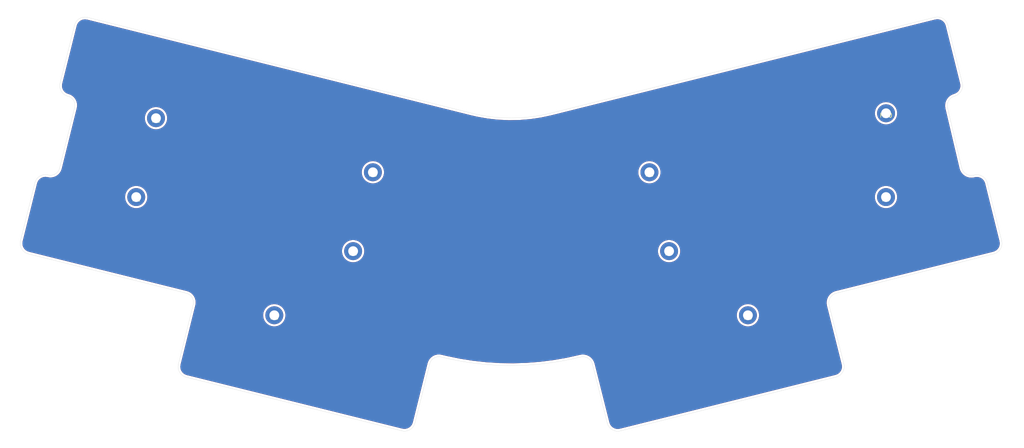
<source format=kicad_pcb>
(kicad_pcb (version 20171130) (host pcbnew 5.1.9)

  (general
    (thickness 1.6)
    (drawings 38)
    (tracks 0)
    (zones 0)
    (modules 10)
    (nets 1)
  )

  (page A4)
  (layers
    (0 F.Cu signal)
    (31 B.Cu signal)
    (32 B.Adhes user)
    (33 F.Adhes user)
    (34 B.Paste user)
    (35 F.Paste user)
    (36 B.SilkS user)
    (37 F.SilkS user)
    (38 B.Mask user)
    (39 F.Mask user)
    (40 Dwgs.User user hide)
    (41 Cmts.User user)
    (42 Eco1.User user)
    (43 Eco2.User user)
    (44 Edge.Cuts user)
    (45 Margin user)
    (46 B.CrtYd user)
    (47 F.CrtYd user)
    (48 B.Fab user)
    (49 F.Fab user)
  )

  (setup
    (last_trace_width 0.25)
    (trace_clearance 0.2)
    (zone_clearance 0.508)
    (zone_45_only no)
    (trace_min 0.2)
    (via_size 0.8)
    (via_drill 0.4)
    (via_min_size 0.4)
    (via_min_drill 0.3)
    (uvia_size 0.3)
    (uvia_drill 0.1)
    (uvias_allowed no)
    (uvia_min_size 0.2)
    (uvia_min_drill 0.1)
    (edge_width 0.05)
    (segment_width 0.2)
    (pcb_text_width 0.3)
    (pcb_text_size 1.5 1.5)
    (mod_edge_width 0.12)
    (mod_text_size 1 1)
    (mod_text_width 0.15)
    (pad_size 1.524 1.524)
    (pad_drill 0.762)
    (pad_to_mask_clearance 0)
    (aux_axis_origin 0 0)
    (visible_elements FFFFFF7F)
    (pcbplotparams
      (layerselection 0x010fc_ffffffff)
      (usegerberextensions false)
      (usegerberattributes true)
      (usegerberadvancedattributes true)
      (creategerberjobfile true)
      (excludeedgelayer true)
      (linewidth 0.100000)
      (plotframeref false)
      (viasonmask false)
      (mode 1)
      (useauxorigin false)
      (hpglpennumber 1)
      (hpglpenspeed 20)
      (hpglpendiameter 15.000000)
      (psnegative false)
      (psa4output false)
      (plotreference true)
      (plotvalue true)
      (plotinvisibletext false)
      (padsonsilk false)
      (subtractmaskfromsilk false)
      (outputformat 1)
      (mirror false)
      (drillshape 0)
      (scaleselection 1)
      (outputdirectory "gerber"))
  )

  (net 0 "")

  (net_class Default "This is the default net class."
    (clearance 0.2)
    (trace_width 0.25)
    (via_dia 0.8)
    (via_drill 0.4)
    (uvia_dia 0.3)
    (uvia_drill 0.1)
  )

  (module footprints:hole-m2 (layer F.Cu) (tedit 5F7666C1) (tstamp 600F6F99)
    (at 222.6499 41.5463)
    (path /603431DA)
    (fp_text reference H10 (at 0 0.5) (layer F.SilkS)
      (effects (font (size 1 1) (thickness 0.15)))
    )
    (fp_text value MountingHole (at 0 -0.5) (layer F.Fab)
      (effects (font (size 1 1) (thickness 0.15)))
    )
    (pad "" thru_hole circle (at 0 0) (size 4.2 4.2) (drill 2.3) (layers *.Cu *.Mask))
  )

  (module footprints:hole-m2 (layer F.Cu) (tedit 5F7666C1) (tstamp 600F6F94)
    (at 222.6374 61.1826)
    (path /60342FF4)
    (fp_text reference H9 (at 0 0.5) (layer F.SilkS)
      (effects (font (size 1 1) (thickness 0.15)))
    )
    (fp_text value MountingHole (at 0 -0.5) (layer F.Fab)
      (effects (font (size 1 1) (thickness 0.15)))
    )
    (pad "" thru_hole circle (at 0 0) (size 4.2 4.2) (drill 2.3) (layers *.Cu *.Mask))
  )

  (module footprints:hole-m2 (layer F.Cu) (tedit 5F7666C1) (tstamp 600F6F8F)
    (at 167.1975 55.3722)
    (path /6033DCAF)
    (fp_text reference H8 (at 0 0.5) (layer F.SilkS)
      (effects (font (size 1 1) (thickness 0.15)))
    )
    (fp_text value MountingHole (at 0 -0.5) (layer F.Fab)
      (effects (font (size 1 1) (thickness 0.15)))
    )
    (pad "" thru_hole circle (at 0 0) (size 4.2 4.2) (drill 2.3) (layers *.Cu *.Mask))
  )

  (module footprints:hole-m2 (layer F.Cu) (tedit 5F7666C1) (tstamp 600F6F8A)
    (at 171.8061 73.8563)
    (path /6033DCA5)
    (fp_text reference H7 (at 0 0.5) (layer F.SilkS)
      (effects (font (size 1 1) (thickness 0.15)))
    )
    (fp_text value MountingHole (at 0 -0.5) (layer F.Fab)
      (effects (font (size 1 1) (thickness 0.15)))
    )
    (pad "" thru_hole circle (at 0 0) (size 4.2 4.2) (drill 2.3) (layers *.Cu *.Mask))
  )

  (module footprints:hole-m2 (layer F.Cu) (tedit 5F7666C1) (tstamp 600F6F85)
    (at 190.2777 88.8839)
    (path /6033DC9B)
    (fp_text reference H6 (at 0 0.5) (layer F.SilkS)
      (effects (font (size 1 1) (thickness 0.15)))
    )
    (fp_text value MountingHole (at 0 -0.5) (layer F.Fab)
      (effects (font (size 1 1) (thickness 0.15)))
    )
    (pad "" thru_hole circle (at 0 0) (size 4.2 4.2) (drill 2.3) (layers *.Cu *.Mask))
  )

  (module footprints:hole-m2 (layer F.Cu) (tedit 5F7666C1) (tstamp 600F6F80)
    (at 79.2848 88.8838)
    (path /6033DAE5)
    (fp_text reference H5 (at 0 0.5) (layer F.SilkS)
      (effects (font (size 1 1) (thickness 0.15)))
    )
    (fp_text value MountingHole (at 0 -0.5) (layer F.Fab)
      (effects (font (size 1 1) (thickness 0.15)))
    )
    (pad "" thru_hole circle (at 0 0) (size 4.2 4.2) (drill 2.3) (layers *.Cu *.Mask))
  )

  (module footprints:hole-m2 (layer F.Cu) (tedit 5F7666C1) (tstamp 600F6F7B)
    (at 97.7566 73.8562)
    (path /603395E2)
    (fp_text reference H4 (at 0 0.5) (layer F.SilkS)
      (effects (font (size 1 1) (thickness 0.15)))
    )
    (fp_text value MountingHole (at 0 -0.5) (layer F.Fab)
      (effects (font (size 1 1) (thickness 0.15)))
    )
    (pad "" thru_hole circle (at 0 0) (size 4.2 4.2) (drill 2.3) (layers *.Cu *.Mask))
  )

  (module footprints:hole-m2 (layer F.Cu) (tedit 5F7666C1) (tstamp 600F6F76)
    (at 102.3901 55.3722)
    (path /60339444)
    (fp_text reference H3 (at 0 0.5) (layer F.SilkS)
      (effects (font (size 1 1) (thickness 0.15)))
    )
    (fp_text value MountingHole (at 0 -0.5) (layer F.Fab)
      (effects (font (size 1 1) (thickness 0.15)))
    )
    (pad "" thru_hole circle (at 0 0) (size 4.2 4.2) (drill 2.3) (layers *.Cu *.Mask))
  )

  (module footprints:hole-m2 (layer F.Cu) (tedit 5F7666C1) (tstamp 600F6F71)
    (at 46.9252 61.1825)
    (path /6033721F)
    (fp_text reference H2 (at 0 0.5) (layer F.SilkS)
      (effects (font (size 1 1) (thickness 0.15)))
    )
    (fp_text value MountingHole (at 0 -0.5) (layer F.Fab)
      (effects (font (size 1 1) (thickness 0.15)))
    )
    (pad "" thru_hole circle (at 0 0) (size 4.2 4.2) (drill 2.3) (layers *.Cu *.Mask))
  )

  (module footprints:hole-m2 (layer F.Cu) (tedit 5F7666C1) (tstamp 600F6F6C)
    (at 51.5587 42.6985)
    (path /60336423)
    (fp_text reference H1 (at 0 0.5) (layer F.SilkS)
      (effects (font (size 1 1) (thickness 0.15)))
    )
    (fp_text value MountingHole (at 0 -0.5) (layer F.Fab)
      (effects (font (size 1 1) (thickness 0.15)))
    )
    (pad "" thru_hole circle (at 0 0) (size 4.2 4.2) (drill 2.3) (layers *.Cu *.Mask))
  )

  (gr_arc (start 134.7978 4.2418) (end 125.501401 41.503599) (angle -28.02626644) (layer Edge.Cuts) (width 0.05))
  (gr_arc (start 134.7343 33.1216) (end 118.414801 98.666299) (angle -27.91856306) (layer Edge.Cuts) (width 0.05))
  (gr_arc (start 151.589752 100.922897) (end 153.837652 100.351397) (angle -90.38278258) (layer Edge.Cuts) (width 0.05) (tstamp 600EBF5B))
  (gr_arc (start 159.765999 113.525301) (end 157.3276 114.2238) (angle -90) (layer Edge.Cuts) (width 0.05) (tstamp 600EBF4B))
  (gr_arc (start 210.312001 100.914199) (end 211.0105 103.352598) (angle -90) (layer Edge.Cuts) (width 0.05) (tstamp 600EBF3F))
  (gr_arc (start 117.856 100.799898) (end 118.4148 98.6663) (angle -90) (layer Edge.Cuts) (width 0.05) (tstamp 600EBF32))
  (gr_arc (start 211.565432 85.963995) (end 210.993932 83.716095) (angle -90.38278258) (layer Edge.Cuts) (width 0.05) (tstamp 600EBF26))
  (gr_arc (start 242.643895 53.801068) (end 240.395995 54.372568) (angle -90.38278258) (layer Edge.Cuts) (width 0.05) (tstamp 600EBF18))
  (gr_arc (start 239.3315 39.7637) (end 238.76 37.5158) (angle -90.38278258) (layer Edge.Cuts) (width 0.05))
  (gr_arc (start 247.294401 72.047099) (end 247.9929 74.485498) (angle -90) (layer Edge.Cuts) (width 0.05) (tstamp 600EBEFA))
  (gr_arc (start 243.928899 58.483499) (end 246.367298 57.785) (angle -90) (layer Edge.Cuts) (width 0.05) (tstamp 600EBEF0))
  (gr_arc (start 238.061501 35.077401) (end 238.76 37.5158) (angle -90) (layer Edge.Cuts) (width 0.05) (tstamp 600EBEE5))
  (gr_arc (start 234.6833 21.5138) (end 237.121699 20.815301) (angle -90) (layer Edge.Cuts) (width 0.05))
  (gr_arc (start 109.791499 113.499901) (end 109.1692 115.963702) (angle -90) (layer Edge.Cuts) (width 0.05) (tstamp 600EBEC9))
  (gr_arc (start 59.270901 100.952299) (end 56.8071 100.33) (angle -90) (layer Edge.Cuts) (width 0.05) (tstamp 600EBEC1))
  (gr_arc (start 58.1279 85.864698) (end 60.261498 86.423498) (angle -90) (layer Edge.Cuts) (width 0.05) (tstamp 600EBEBA))
  (gr_arc (start 22.263101 72.047099) (end 19.7993 71.4248) (angle -90) (layer Edge.Cuts) (width 0.05) (tstamp 600EBEB1))
  (gr_arc (start 25.6413 58.4581) (end 26.263599 55.994299) (angle -90) (layer Edge.Cuts) (width 0.05))
  (gr_arc (start 26.8224 53.8607) (end 26.2636 55.994298) (angle -90) (layer Edge.Cuts) (width 0.05) (tstamp 600EBE8B))
  (gr_arc (start 30.340301 39.674797) (end 32.473899 40.233597) (angle -90) (layer Edge.Cuts) (width 0.05))
  (gr_arc (start 31.5087 35.1028) (end 29.070301 34.493201) (angle -90) (layer Edge.Cuts) (width 0.05))
  (gr_arc (start 34.9123 21.5265) (end 35.521899 19.075401) (angle -90) (layer Edge.Cuts) (width 0.05))
  (gr_line (start 153.837652 100.351397) (end 157.3276 114.2238) (layer Edge.Cuts) (width 0.05) (tstamp 600EB74F))
  (gr_line (start 112.2553 114.1222) (end 115.722402 100.241098) (layer Edge.Cuts) (width 0.05))
  (gr_line (start 32.473899 40.233597) (end 28.955998 54.4195) (layer Edge.Cuts) (width 0.05))
  (gr_line (start 240.395995 54.372568) (end 237.087468 40.350205) (layer Edge.Cuts) (width 0.05))
  (gr_line (start 246.367298 57.785) (end 249.7328 71.3486) (layer Edge.Cuts) (width 0.05) (tstamp 600EB3E5))
  (gr_line (start 29.070301 34.493201) (end 32.461201 20.916901) (layer Edge.Cuts) (width 0.05) (tstamp 600EB3CF))
  (gr_line (start 19.7993 71.4248) (end 23.177499 57.835801) (layer Edge.Cuts) (width 0.05) (tstamp 600E6015))
  (gr_line (start 58.6867 83.7311) (end 21.640802 74.5109) (layer Edge.Cuts) (width 0.05))
  (gr_line (start 56.8071 100.33) (end 60.261498 86.423498) (layer Edge.Cuts) (width 0.05))
  (gr_line (start 109.1692 115.963702) (end 58.648602 103.4161) (layer Edge.Cuts) (width 0.05))
  (gr_line (start 211.0105 103.352598) (end 160.464498 115.9637) (layer Edge.Cuts) (width 0.05))
  (gr_line (start 209.3214 86.5505) (end 212.7504 100.2157) (layer Edge.Cuts) (width 0.05))
  (gr_line (start 247.9929 74.485498) (end 210.993932 83.716095) (layer Edge.Cuts) (width 0.05))
  (gr_line (start 237.121699 20.815301) (end 240.4999 34.378902) (layer Edge.Cuts) (width 0.05))
  (gr_line (start 144.100004 41.50215) (end 233.984801 19.075401) (layer Edge.Cuts) (width 0.05))
  (gr_line (start 35.521899 19.075401) (end 125.5014 41.5036) (layer Edge.Cuts) (width 0.05))

  (zone (net 0) (net_name "") (layer F.Cu) (tstamp 600D7F3A) (hatch edge 0.508)
    (connect_pads (clearance 0.508))
    (min_thickness 0.254)
    (fill yes (arc_segments 32) (thermal_gap 0.508) (thermal_bridge_width 0.508))
    (polygon
      (pts
        (xy 255 120) (xy 15 120) (xy 15 15) (xy 255 15)
      )
    )
    (filled_polygon
      (pts
        (xy 234.89261 19.652223) (xy 235.250206 19.728331) (xy 235.586207 19.872447) (xy 235.887818 20.079083) (xy 236.143551 20.340366)
        (xy 236.343662 20.646344) (xy 236.489311 21.007115) (xy 239.854449 34.518272) (xy 239.92828 34.921145) (xy 239.923078 35.286711)
        (xy 239.846969 35.644309) (xy 239.702854 35.980307) (xy 239.496217 36.281922) (xy 239.234933 36.537653) (xy 238.928954 36.737764)
        (xy 238.565693 36.884418) (xy 238.562364 36.885289) (xy 238.534282 36.895652) (xy 238.505263 36.90302) (xy 238.496618 36.90621)
        (xy 238.073023 37.065828) (xy 238.019385 37.092277) (xy 237.965358 37.117985) (xy 237.957496 37.122793) (xy 237.572972 37.361647)
        (xy 237.525487 37.398014) (xy 237.477485 37.433725) (xy 237.470707 37.439968) (xy 237.139901 37.748962) (xy 237.100399 37.793843)
        (xy 237.060235 37.838211) (xy 237.054799 37.845652) (xy 236.790309 38.213014) (xy 236.760256 38.264749) (xy 236.729494 38.31604)
        (xy 236.725607 38.324395) (xy 236.537509 38.736134) (xy 236.518089 38.792684) (xy 236.497863 38.849009) (xy 236.495673 38.85796)
        (xy 236.391131 39.298393) (xy 236.383061 39.35767) (xy 236.374165 39.416821) (xy 236.373755 39.426027) (xy 236.356752 39.878376)
        (xy 236.360347 39.938057) (xy 236.363111 39.997841) (xy 236.364497 40.006952) (xy 236.434422 40.446095) (xy 236.437662 40.470215)
        (xy 239.761077 54.555683) (xy 239.763658 54.56322) (xy 239.765484 54.570204) (xy 239.773315 54.591426) (xy 239.776371 54.600349)
        (xy 239.783215 54.627305) (xy 239.786405 54.635951) (xy 239.946023 55.059545) (xy 239.972471 55.113182) (xy 239.99818 55.167211)
        (xy 240.002988 55.175072) (xy 240.241842 55.559596) (xy 240.278209 55.607081) (xy 240.31392 55.655083) (xy 240.320163 55.661861)
        (xy 240.629158 55.992668) (xy 240.674041 56.032172) (xy 240.718406 56.072333) (xy 240.725847 56.077769) (xy 241.093209 56.342259)
        (xy 241.14492 56.372298) (xy 241.196235 56.403074) (xy 241.20459 56.406961) (xy 241.616329 56.595059) (xy 241.672879 56.614479)
        (xy 241.729204 56.634705) (xy 241.738155 56.636895) (xy 242.178588 56.741437) (xy 242.237864 56.749507) (xy 242.297015 56.758403)
        (xy 242.30622 56.758813) (xy 242.306221 56.758813) (xy 242.758571 56.775816) (xy 242.818252 56.772221) (xy 242.878036 56.769457)
        (xy 242.887147 56.768071) (xy 243.334185 56.696889) (xy 243.337192 56.696103) (xy 243.340295 56.695887) (xy 243.349371 56.694289)
        (xy 243.772643 56.61672) (xy 244.138209 56.621922) (xy 244.495805 56.69803) (xy 244.831806 56.842146) (xy 245.133417 57.048782)
        (xy 245.38915 57.310065) (xy 245.589261 57.616043) (xy 245.73483 57.976616) (xy 249.087297 71.487685) (xy 249.16118 71.890843)
        (xy 249.155978 72.256409) (xy 249.079869 72.614007) (xy 248.935754 72.950005) (xy 248.729117 73.25162) (xy 248.467833 73.507351)
        (xy 248.161854 73.707462) (xy 247.801004 73.853143) (xy 210.802716 83.083571) (xy 210.799207 83.084823) (xy 210.796296 83.085584)
        (xy 210.773736 83.093909) (xy 210.767554 83.096114) (xy 210.739195 83.103315) (xy 210.73055 83.106505) (xy 210.306955 83.266123)
        (xy 210.253317 83.292572) (xy 210.19929 83.31828) (xy 210.191428 83.323088) (xy 209.806904 83.561942) (xy 209.759419 83.598309)
        (xy 209.711417 83.63402) (xy 209.704639 83.640263) (xy 209.373833 83.949257) (xy 209.334331 83.994138) (xy 209.294167 84.038506)
        (xy 209.288731 84.045947) (xy 209.024241 84.413309) (xy 208.994188 84.465044) (xy 208.963426 84.516335) (xy 208.959539 84.52469)
        (xy 208.771441 84.936429) (xy 208.752021 84.992979) (xy 208.731795 85.049304) (xy 208.729605 85.058255) (xy 208.625063 85.498688)
        (xy 208.616993 85.557965) (xy 208.608097 85.617116) (xy 208.607687 85.626322) (xy 208.590684 86.078671) (xy 208.594279 86.138352)
        (xy 208.597043 86.198136) (xy 208.598429 86.207247) (xy 208.669094 86.651041) (xy 208.673356 86.679689) (xy 212.105055 100.355647)
        (xy 212.17878 100.757943) (xy 212.173578 101.123509) (xy 212.097469 101.481107) (xy 211.953354 101.817105) (xy 211.746717 102.11872)
        (xy 211.485433 102.374451) (xy 211.179454 102.574562) (xy 210.818598 102.720246) (xy 160.325007 115.318272) (xy 159.922255 115.39208)
        (xy 159.556689 115.386878) (xy 159.199091 115.310769) (xy 158.863093 115.166654) (xy 158.561478 114.960017) (xy 158.305747 114.698733)
        (xy 158.105636 114.392754) (xy 157.959779 114.031469) (xy 154.469798 100.158936) (xy 154.46876 100.156045) (xy 154.468163 100.153761)
        (xy 154.459999 100.131637) (xy 154.457655 100.125109) (xy 154.450432 100.09666) (xy 154.447242 100.088015) (xy 154.287624 99.66442)
        (xy 154.261175 99.610782) (xy 154.235467 99.556755) (xy 154.230659 99.548893) (xy 153.991805 99.164369) (xy 153.955438 99.116884)
        (xy 153.919727 99.068882) (xy 153.913484 99.062104) (xy 153.60449 98.731298) (xy 153.559609 98.691796) (xy 153.515241 98.651632)
        (xy 153.5078 98.646196) (xy 153.140438 98.381706) (xy 153.088703 98.351653) (xy 153.037412 98.320891) (xy 153.029057 98.317004)
        (xy 152.617318 98.128906) (xy 152.560768 98.109486) (xy 152.504443 98.08926) (xy 152.495492 98.08707) (xy 152.055059 97.982528)
        (xy 151.995782 97.974458) (xy 151.936631 97.965562) (xy 151.927426 97.965152) (xy 151.927425 97.965152) (xy 151.475076 97.948149)
        (xy 151.415394 97.951744) (xy 151.355611 97.954508) (xy 151.346501 97.955894) (xy 150.899462 98.027076) (xy 150.897668 98.027545)
        (xy 150.87972 98.030528) (xy 150.859416 98.034728) (xy 147.768375 98.724932) (xy 144.66354 99.266097) (xy 141.536705 99.660398)
        (xy 138.394744 99.906968) (xy 135.244651 100.005259) (xy 132.093437 99.955051) (xy 128.948094 99.756457) (xy 125.815572 99.409914)
        (xy 122.70287 98.916196) (xy 119.611869 98.27536) (xy 118.574365 98.025855) (xy 118.564871 98.023404) (xy 118.56028 98.022687)
        (xy 118.538723 98.018038) (xy 118.52364 98.015521) (xy 118.508554 98.011457) (xy 118.499454 98.010004) (xy 118.07393 97.945069)
        (xy 118.014209 97.941859) (xy 117.954515 97.937814) (xy 117.945306 97.938156) (xy 117.515275 97.957109) (xy 117.456045 97.965564)
        (xy 117.396726 97.973187) (xy 117.387761 97.975311) (xy 117.387758 97.975311) (xy 117.387756 97.975312) (xy 116.969596 98.07743)
        (xy 116.913174 98.097215) (xy 116.856426 98.116228) (xy 116.848042 98.120054) (xy 116.45768 98.30145) (xy 116.406165 98.331823)
        (xy 116.354203 98.36149) (xy 116.346722 98.366871) (xy 115.999027 98.620634) (xy 115.954389 98.660438) (xy 115.909182 98.69963)
        (xy 115.902888 98.706361) (xy 115.611105 99.022826) (xy 115.575069 99.070515) (xy 115.538315 99.117767) (xy 115.533449 99.125593)
        (xy 115.30869 99.492704) (xy 115.2826 99.546491) (xy 115.255726 99.599978) (xy 115.252473 99.6086) (xy 115.124565 99.954818)
        (xy 115.122691 99.95795) (xy 115.089929 100.04971) (xy 111.623007 113.930097) (xy 111.488321 114.304709) (xy 111.299685 114.618963)
        (xy 111.0536 114.890593) (xy 110.759444 115.109251) (xy 110.42842 115.266609) (xy 110.073131 115.356674) (xy 109.707124 115.376015)
        (xy 109.313293 115.319437) (xy 58.840295 102.783659) (xy 58.466093 102.649121) (xy 58.151839 102.460485) (xy 57.880209 102.2144)
        (xy 57.661551 101.920244) (xy 57.504193 101.58922) (xy 57.414128 101.233931) (xy 57.394787 100.867924) (xy 57.451366 100.474082)
        (xy 60.397324 88.614426) (xy 76.5498 88.614426) (xy 76.5498 89.153174) (xy 76.654905 89.68157) (xy 76.861075 90.179308)
        (xy 77.160387 90.627261) (xy 77.541339 91.008213) (xy 77.989292 91.307525) (xy 78.48703 91.513695) (xy 79.015426 91.6188)
        (xy 79.554174 91.6188) (xy 80.08257 91.513695) (xy 80.580308 91.307525) (xy 81.028261 91.008213) (xy 81.409213 90.627261)
        (xy 81.708525 90.179308) (xy 81.914695 89.68157) (xy 82.0198 89.153174) (xy 82.0198 88.614526) (xy 187.5427 88.614526)
        (xy 187.5427 89.153274) (xy 187.647805 89.68167) (xy 187.853975 90.179408) (xy 188.153287 90.627361) (xy 188.534239 91.008313)
        (xy 188.982192 91.307625) (xy 189.47993 91.513795) (xy 190.008326 91.6189) (xy 190.547074 91.6189) (xy 191.07547 91.513795)
        (xy 191.573208 91.307625) (xy 192.021161 91.008313) (xy 192.402113 90.627361) (xy 192.701425 90.179408) (xy 192.907595 89.68167)
        (xy 193.0127 89.153274) (xy 193.0127 88.614526) (xy 192.907595 88.08613) (xy 192.701425 87.588392) (xy 192.402113 87.140439)
        (xy 192.021161 86.759487) (xy 191.573208 86.460175) (xy 191.07547 86.254005) (xy 190.547074 86.1489) (xy 190.008326 86.1489)
        (xy 189.47993 86.254005) (xy 188.982192 86.460175) (xy 188.534239 86.759487) (xy 188.153287 87.140439) (xy 187.853975 87.588392)
        (xy 187.647805 88.08613) (xy 187.5427 88.614526) (xy 82.0198 88.614526) (xy 82.0198 88.614426) (xy 81.914695 88.08603)
        (xy 81.708525 87.588292) (xy 81.409213 87.140339) (xy 81.028261 86.759387) (xy 80.580308 86.460075) (xy 80.08257 86.253905)
        (xy 79.554174 86.1488) (xy 79.015426 86.1488) (xy 78.48703 86.253905) (xy 77.989292 86.460075) (xy 77.541339 86.759387)
        (xy 77.160387 87.140339) (xy 76.861075 87.588292) (xy 76.654905 88.08603) (xy 76.5498 88.614426) (xy 60.397324 88.614426)
        (xy 60.901303 86.585542) (xy 60.904394 86.573569) (xy 60.904592 86.572302) (xy 60.909847 86.551146) (xy 60.912982 86.529721)
        (xy 60.916341 86.517252) (xy 60.917794 86.508152) (xy 60.982729 86.082629) (xy 60.985939 86.022905) (xy 60.989984 85.963213)
        (xy 60.989642 85.954004) (xy 60.970689 85.523973) (xy 60.962234 85.464743) (xy 60.954611 85.405424) (xy 60.952487 85.396457)
        (xy 60.850368 84.978294) (xy 60.830583 84.921872) (xy 60.81157 84.865124) (xy 60.807744 84.85674) (xy 60.626348 84.466378)
        (xy 60.595975 84.414863) (xy 60.566308 84.362901) (xy 60.560927 84.35542) (xy 60.307164 84.007725) (xy 60.26736 83.963087)
        (xy 60.228168 83.91788) (xy 60.221437 83.911586) (xy 59.904972 83.619803) (xy 59.857283 83.583767) (xy 59.810031 83.547013)
        (xy 59.802205 83.542147) (xy 59.435094 83.317388) (xy 59.381307 83.291298) (xy 59.32782 83.264424) (xy 59.319198 83.261171)
        (xy 58.97272 83.133167) (xy 58.969348 83.131153) (xy 58.877561 83.098468) (xy 21.832643 73.878513) (xy 21.458293 73.743921)
        (xy 21.196585 73.586826) (xy 95.0216 73.586826) (xy 95.0216 74.125574) (xy 95.126705 74.65397) (xy 95.332875 75.151708)
        (xy 95.632187 75.599661) (xy 96.013139 75.980613) (xy 96.461092 76.279925) (xy 96.95883 76.486095) (xy 97.487226 76.5912)
        (xy 98.025974 76.5912) (xy 98.55437 76.486095) (xy 99.052108 76.279925) (xy 99.500061 75.980613) (xy 99.881013 75.599661)
        (xy 100.180325 75.151708) (xy 100.386495 74.65397) (xy 100.4916 74.125574) (xy 100.4916 73.586926) (xy 169.0711 73.586926)
        (xy 169.0711 74.125674) (xy 169.176205 74.65407) (xy 169.382375 75.151808) (xy 169.681687 75.599761) (xy 170.062639 75.980713)
        (xy 170.510592 76.280025) (xy 171.00833 76.486195) (xy 171.536726 76.5913) (xy 172.075474 76.5913) (xy 172.60387 76.486195)
        (xy 173.101608 76.280025) (xy 173.549561 75.980713) (xy 173.930513 75.599761) (xy 174.229825 75.151808) (xy 174.435995 74.65407)
        (xy 174.5411 74.125674) (xy 174.5411 73.586926) (xy 174.435995 73.05853) (xy 174.229825 72.560792) (xy 173.930513 72.112839)
        (xy 173.549561 71.731887) (xy 173.101608 71.432575) (xy 172.60387 71.226405) (xy 172.075474 71.1213) (xy 171.536726 71.1213)
        (xy 171.00833 71.226405) (xy 170.510592 71.432575) (xy 170.062639 71.731887) (xy 169.681687 72.112839) (xy 169.382375 72.560792)
        (xy 169.176205 73.05853) (xy 169.0711 73.586926) (xy 100.4916 73.586926) (xy 100.4916 73.586826) (xy 100.386495 73.05843)
        (xy 100.180325 72.560692) (xy 99.881013 72.112739) (xy 99.500061 71.731787) (xy 99.052108 71.432475) (xy 98.55437 71.226305)
        (xy 98.025974 71.1212) (xy 97.487226 71.1212) (xy 96.95883 71.226305) (xy 96.461092 71.432475) (xy 96.013139 71.731787)
        (xy 95.632187 72.112739) (xy 95.332875 72.560692) (xy 95.126705 73.05843) (xy 95.0216 73.586826) (xy 21.196585 73.586826)
        (xy 21.144039 73.555285) (xy 20.872409 73.3092) (xy 20.653751 73.015044) (xy 20.496393 72.68402) (xy 20.406328 72.328731)
        (xy 20.386987 71.962724) (xy 20.443562 71.568912) (xy 23.092569 60.913126) (xy 44.1902 60.913126) (xy 44.1902 61.451874)
        (xy 44.295305 61.98027) (xy 44.501475 62.478008) (xy 44.800787 62.925961) (xy 45.181739 63.306913) (xy 45.629692 63.606225)
        (xy 46.12743 63.812395) (xy 46.655826 63.9175) (xy 47.194574 63.9175) (xy 47.72297 63.812395) (xy 48.220708 63.606225)
        (xy 48.668661 63.306913) (xy 49.049613 62.925961) (xy 49.348925 62.478008) (xy 49.555095 61.98027) (xy 49.6602 61.451874)
        (xy 49.6602 60.913226) (xy 219.9024 60.913226) (xy 219.9024 61.451974) (xy 220.007505 61.98037) (xy 220.213675 62.478108)
        (xy 220.512987 62.926061) (xy 220.893939 63.307013) (xy 221.341892 63.606325) (xy 221.83963 63.812495) (xy 222.368026 63.9176)
        (xy 222.906774 63.9176) (xy 223.43517 63.812495) (xy 223.932908 63.606325) (xy 224.380861 63.307013) (xy 224.761813 62.926061)
        (xy 225.061125 62.478108) (xy 225.267295 61.98037) (xy 225.3724 61.451974) (xy 225.3724 60.913226) (xy 225.267295 60.38483)
        (xy 225.061125 59.887092) (xy 224.761813 59.439139) (xy 224.380861 59.058187) (xy 223.932908 58.758875) (xy 223.43517 58.552705)
        (xy 222.906774 58.4476) (xy 222.368026 58.4476) (xy 221.83963 58.552705) (xy 221.341892 58.758875) (xy 220.893939 59.058187)
        (xy 220.512987 59.439139) (xy 220.213675 59.887092) (xy 220.007505 60.38483) (xy 219.9024 60.913226) (xy 49.6602 60.913226)
        (xy 49.6602 60.913126) (xy 49.555095 60.38473) (xy 49.348925 59.886992) (xy 49.049613 59.439039) (xy 48.668661 59.058087)
        (xy 48.220708 58.758775) (xy 47.72297 58.552605) (xy 47.194574 58.4475) (xy 46.655826 58.4475) (xy 46.12743 58.552605)
        (xy 45.629692 58.758775) (xy 45.181739 59.058087) (xy 44.800787 59.439039) (xy 44.501475 59.886992) (xy 44.295305 60.38473)
        (xy 44.1902 60.913126) (xy 23.092569 60.913126) (xy 23.809915 58.027563) (xy 23.944477 57.653293) (xy 24.133115 57.339038)
        (xy 24.379196 57.06741) (xy 24.673355 56.84875) (xy 25.004375 56.691394) (xy 25.359668 56.601327) (xy 25.725675 56.581986)
        (xy 26.143236 56.641973) (xy 26.169846 56.649141) (xy 26.178946 56.650594) (xy 26.604469 56.715529) (xy 26.664188 56.718739)
        (xy 26.723884 56.722784) (xy 26.733093 56.722442) (xy 26.733094 56.722442) (xy 27.163125 56.703489) (xy 27.22235 56.695035)
        (xy 27.281675 56.687411) (xy 27.290642 56.685287) (xy 27.708804 56.583168) (xy 27.765261 56.563371) (xy 27.821974 56.544369)
        (xy 27.830358 56.540544) (xy 28.22072 56.359148) (xy 28.272235 56.328775) (xy 28.324197 56.299108) (xy 28.331678 56.293727)
        (xy 28.679373 56.039964) (xy 28.723994 56.000175) (xy 28.769219 55.960968) (xy 28.775512 55.954236) (xy 29.067296 55.637772)
        (xy 29.10335 55.590059) (xy 29.140085 55.542831) (xy 29.144951 55.535005) (xy 29.36971 55.167894) (xy 29.395793 55.114121)
        (xy 29.401468 55.102826) (xy 99.6551 55.102826) (xy 99.6551 55.641574) (xy 99.760205 56.16997) (xy 99.966375 56.667708)
        (xy 100.265687 57.115661) (xy 100.646639 57.496613) (xy 101.094592 57.795925) (xy 101.59233 58.002095) (xy 102.120726 58.1072)
        (xy 102.659474 58.1072) (xy 103.18787 58.002095) (xy 103.685608 57.795925) (xy 104.133561 57.496613) (xy 104.514513 57.115661)
        (xy 104.813825 56.667708) (xy 105.019995 56.16997) (xy 105.1251 55.641574) (xy 105.1251 55.102826) (xy 164.4625 55.102826)
        (xy 164.4625 55.641574) (xy 164.567605 56.16997) (xy 164.773775 56.667708) (xy 165.073087 57.115661) (xy 165.454039 57.496613)
        (xy 165.901992 57.795925) (xy 166.39973 58.002095) (xy 166.928126 58.1072) (xy 167.466874 58.1072) (xy 167.99527 58.002095)
        (xy 168.493008 57.795925) (xy 168.940961 57.496613) (xy 169.321913 57.115661) (xy 169.621225 56.667708) (xy 169.827395 56.16997)
        (xy 169.9325 55.641574) (xy 169.9325 55.102826) (xy 169.827395 54.57443) (xy 169.621225 54.076692) (xy 169.321913 53.628739)
        (xy 168.940961 53.247787) (xy 168.493008 52.948475) (xy 167.99527 52.742305) (xy 167.466874 52.6372) (xy 166.928126 52.6372)
        (xy 166.39973 52.742305) (xy 165.901992 52.948475) (xy 165.454039 53.247787) (xy 165.073087 53.628739) (xy 164.773775 54.076692)
        (xy 164.567605 54.57443) (xy 164.4625 55.102826) (xy 105.1251 55.102826) (xy 105.019995 54.57443) (xy 104.813825 54.076692)
        (xy 104.514513 53.628739) (xy 104.133561 53.247787) (xy 103.685608 52.948475) (xy 103.18787 52.742305) (xy 102.659474 52.6372)
        (xy 102.120726 52.6372) (xy 101.59233 52.742305) (xy 101.094592 52.948475) (xy 100.646639 53.247787) (xy 100.265687 53.628739)
        (xy 99.966375 54.076692) (xy 99.760205 54.57443) (xy 99.6551 55.102826) (xy 29.401468 55.102826) (xy 29.422674 55.06062)
        (xy 29.425927 55.051998) (xy 29.554031 54.705249) (xy 29.556183 54.701639) (xy 29.588791 54.609824) (xy 32.609429 42.429126)
        (xy 48.8237 42.429126) (xy 48.8237 42.967874) (xy 48.928805 43.49627) (xy 49.134975 43.994008) (xy 49.434287 44.441961)
        (xy 49.815239 44.822913) (xy 50.263192 45.122225) (xy 50.76093 45.328395) (xy 51.289326 45.4335) (xy 51.828074 45.4335)
        (xy 52.35647 45.328395) (xy 52.854208 45.122225) (xy 53.302161 44.822913) (xy 53.683113 44.441961) (xy 53.982425 43.994008)
        (xy 54.188595 43.49627) (xy 54.2937 42.967874) (xy 54.2937 42.429126) (xy 54.188595 41.90073) (xy 53.982425 41.402992)
        (xy 53.683113 40.955039) (xy 53.302161 40.574087) (xy 52.854208 40.274775) (xy 52.35647 40.068605) (xy 51.828074 39.9635)
        (xy 51.289326 39.9635) (xy 50.76093 40.068605) (xy 50.263192 40.274775) (xy 49.815239 40.574087) (xy 49.434287 40.955039)
        (xy 49.134975 41.402992) (xy 48.928805 41.90073) (xy 48.8237 42.429126) (xy 32.609429 42.429126) (xy 33.113731 40.395536)
        (xy 33.116795 40.383668) (xy 33.117 40.382352) (xy 33.122298 40.36099) (xy 33.125393 40.339784) (xy 33.128742 40.327351)
        (xy 33.130195 40.318251) (xy 33.19513 39.892728) (xy 33.19834 39.833004) (xy 33.202385 39.773312) (xy 33.202043 39.764103)
        (xy 33.18309 39.334072) (xy 33.174635 39.274842) (xy 33.167012 39.215523) (xy 33.164888 39.206556) (xy 33.062769 38.788393)
        (xy 33.042984 38.731971) (xy 33.023971 38.675223) (xy 33.020145 38.666839) (xy 32.838749 38.276477) (xy 32.808376 38.224962)
        (xy 32.778709 38.173) (xy 32.773328 38.165519) (xy 32.519565 37.817824) (xy 32.479761 37.773186) (xy 32.440569 37.727979)
        (xy 32.433838 37.721685) (xy 32.117373 37.429902) (xy 32.069684 37.393866) (xy 32.022432 37.357112) (xy 32.014606 37.352246)
        (xy 31.647495 37.127487) (xy 31.593708 37.101397) (xy 31.540221 37.074523) (xy 31.531599 37.07127) (xy 31.127823 36.922098)
        (xy 31.127723 36.922072) (xy 31.120892 36.919581) (xy 30.71983 36.776484) (xy 30.409769 36.591383) (xy 30.141562 36.349582)
        (xy 29.925431 36.060293) (xy 29.769607 35.734533) (xy 29.680023 35.384708) (xy 29.660094 35.024152) (xy 29.714877 34.636128)
        (xy 33.093788 21.107833) (xy 33.226503 20.734431) (xy 33.412454 20.422078) (xy 33.655535 20.151791) (xy 33.946488 19.933863)
        (xy 34.274224 19.776602) (xy 34.626266 19.685992) (xy 34.989202 19.665487) (xy 35.379554 19.720113) (xy 125.373229 42.151846)
        (xy 125.379241 42.152731) (xy 126.742426 42.466082) (xy 126.74533 42.466651) (xy 126.748192 42.46738) (xy 126.775307 42.472765)
        (xy 129.216981 42.904722) (xy 129.224402 42.905789) (xy 129.231756 42.907163) (xy 129.259161 42.910787) (xy 131.723623 43.184277)
        (xy 131.73108 43.184862) (xy 131.738523 43.18576) (xy 131.766106 43.187608) (xy 134.243078 43.30149) (xy 134.250583 43.301592)
        (xy 134.258043 43.302007) (xy 134.285687 43.302071) (xy 136.764846 43.255872) (xy 136.772309 43.255492) (xy 136.779814 43.255424)
        (xy 136.807404 43.253703) (xy 139.278413 43.047614) (xy 139.285831 43.046753) (xy 139.293321 43.046201) (xy 139.320743 43.042704)
        (xy 141.773303 42.677584) (xy 141.780675 42.676242) (xy 141.788088 42.675211) (xy 141.815228 42.669951) (xy 144.217817 42.151915)
        (xy 144.228324 42.150366) (xy 147.729008 41.276926) (xy 219.9149 41.276926) (xy 219.9149 41.815674) (xy 220.020005 42.34407)
        (xy 220.226175 42.841808) (xy 220.525487 43.289761) (xy 220.906439 43.670713) (xy 221.354392 43.970025) (xy 221.85213 44.176195)
        (xy 222.380526 44.2813) (xy 222.919274 44.2813) (xy 223.44767 44.176195) (xy 223.945408 43.970025) (xy 224.393361 43.670713)
        (xy 224.774313 43.289761) (xy 225.073625 42.841808) (xy 225.279795 42.34407) (xy 225.3849 41.815674) (xy 225.3849 41.276926)
        (xy 225.279795 40.74853) (xy 225.073625 40.250792) (xy 224.774313 39.802839) (xy 224.393361 39.421887) (xy 223.945408 39.122575)
        (xy 223.44767 38.916405) (xy 222.919274 38.8113) (xy 222.380526 38.8113) (xy 221.85213 38.916405) (xy 221.354392 39.122575)
        (xy 220.906439 39.421887) (xy 220.525487 39.802839) (xy 220.226175 40.250792) (xy 220.020005 40.74853) (xy 219.9149 41.276926)
        (xy 147.729008 41.276926) (xy 234.124313 19.720826) (xy 234.527044 19.647021)
      )
    )
  )
  (zone (net 0) (net_name "") (layer B.Cu) (tstamp 600D7F37) (hatch edge 0.508)
    (connect_pads (clearance 0.508))
    (min_thickness 0.254)
    (fill yes (arc_segments 32) (thermal_gap 0.508) (thermal_bridge_width 0.508))
    (polygon
      (pts
        (xy 255 120) (xy 15 120) (xy 15 15) (xy 255 15)
      )
    )
    (filled_polygon
      (pts
        (xy 234.89261 19.652223) (xy 235.250206 19.728331) (xy 235.586207 19.872447) (xy 235.887818 20.079083) (xy 236.143551 20.340366)
        (xy 236.343662 20.646344) (xy 236.489311 21.007115) (xy 239.854449 34.518272) (xy 239.92828 34.921145) (xy 239.923078 35.286711)
        (xy 239.846969 35.644309) (xy 239.702854 35.980307) (xy 239.496217 36.281922) (xy 239.234933 36.537653) (xy 238.928954 36.737764)
        (xy 238.565693 36.884418) (xy 238.562364 36.885289) (xy 238.534282 36.895652) (xy 238.505263 36.90302) (xy 238.496618 36.90621)
        (xy 238.073023 37.065828) (xy 238.019385 37.092277) (xy 237.965358 37.117985) (xy 237.957496 37.122793) (xy 237.572972 37.361647)
        (xy 237.525487 37.398014) (xy 237.477485 37.433725) (xy 237.470707 37.439968) (xy 237.139901 37.748962) (xy 237.100399 37.793843)
        (xy 237.060235 37.838211) (xy 237.054799 37.845652) (xy 236.790309 38.213014) (xy 236.760256 38.264749) (xy 236.729494 38.31604)
        (xy 236.725607 38.324395) (xy 236.537509 38.736134) (xy 236.518089 38.792684) (xy 236.497863 38.849009) (xy 236.495673 38.85796)
        (xy 236.391131 39.298393) (xy 236.383061 39.35767) (xy 236.374165 39.416821) (xy 236.373755 39.426027) (xy 236.356752 39.878376)
        (xy 236.360347 39.938057) (xy 236.363111 39.997841) (xy 236.364497 40.006952) (xy 236.434422 40.446095) (xy 236.437662 40.470215)
        (xy 239.761077 54.555683) (xy 239.763658 54.56322) (xy 239.765484 54.570204) (xy 239.773315 54.591426) (xy 239.776371 54.600349)
        (xy 239.783215 54.627305) (xy 239.786405 54.635951) (xy 239.946023 55.059545) (xy 239.972471 55.113182) (xy 239.99818 55.167211)
        (xy 240.002988 55.175072) (xy 240.241842 55.559596) (xy 240.278209 55.607081) (xy 240.31392 55.655083) (xy 240.320163 55.661861)
        (xy 240.629158 55.992668) (xy 240.674041 56.032172) (xy 240.718406 56.072333) (xy 240.725847 56.077769) (xy 241.093209 56.342259)
        (xy 241.14492 56.372298) (xy 241.196235 56.403074) (xy 241.20459 56.406961) (xy 241.616329 56.595059) (xy 241.672879 56.614479)
        (xy 241.729204 56.634705) (xy 241.738155 56.636895) (xy 242.178588 56.741437) (xy 242.237864 56.749507) (xy 242.297015 56.758403)
        (xy 242.30622 56.758813) (xy 242.306221 56.758813) (xy 242.758571 56.775816) (xy 242.818252 56.772221) (xy 242.878036 56.769457)
        (xy 242.887147 56.768071) (xy 243.334185 56.696889) (xy 243.337192 56.696103) (xy 243.340295 56.695887) (xy 243.349371 56.694289)
        (xy 243.772643 56.61672) (xy 244.138209 56.621922) (xy 244.495805 56.69803) (xy 244.831806 56.842146) (xy 245.133417 57.048782)
        (xy 245.38915 57.310065) (xy 245.589261 57.616043) (xy 245.73483 57.976616) (xy 249.087297 71.487685) (xy 249.16118 71.890843)
        (xy 249.155978 72.256409) (xy 249.079869 72.614007) (xy 248.935754 72.950005) (xy 248.729117 73.25162) (xy 248.467833 73.507351)
        (xy 248.161854 73.707462) (xy 247.801004 73.853143) (xy 210.802716 83.083571) (xy 210.799207 83.084823) (xy 210.796296 83.085584)
        (xy 210.773736 83.093909) (xy 210.767554 83.096114) (xy 210.739195 83.103315) (xy 210.73055 83.106505) (xy 210.306955 83.266123)
        (xy 210.253317 83.292572) (xy 210.19929 83.31828) (xy 210.191428 83.323088) (xy 209.806904 83.561942) (xy 209.759419 83.598309)
        (xy 209.711417 83.63402) (xy 209.704639 83.640263) (xy 209.373833 83.949257) (xy 209.334331 83.994138) (xy 209.294167 84.038506)
        (xy 209.288731 84.045947) (xy 209.024241 84.413309) (xy 208.994188 84.465044) (xy 208.963426 84.516335) (xy 208.959539 84.52469)
        (xy 208.771441 84.936429) (xy 208.752021 84.992979) (xy 208.731795 85.049304) (xy 208.729605 85.058255) (xy 208.625063 85.498688)
        (xy 208.616993 85.557965) (xy 208.608097 85.617116) (xy 208.607687 85.626322) (xy 208.590684 86.078671) (xy 208.594279 86.138352)
        (xy 208.597043 86.198136) (xy 208.598429 86.207247) (xy 208.669094 86.651041) (xy 208.673356 86.679689) (xy 212.105055 100.355647)
        (xy 212.17878 100.757943) (xy 212.173578 101.123509) (xy 212.097469 101.481107) (xy 211.953354 101.817105) (xy 211.746717 102.11872)
        (xy 211.485433 102.374451) (xy 211.179454 102.574562) (xy 210.818598 102.720246) (xy 160.325007 115.318272) (xy 159.922255 115.39208)
        (xy 159.556689 115.386878) (xy 159.199091 115.310769) (xy 158.863093 115.166654) (xy 158.561478 114.960017) (xy 158.305747 114.698733)
        (xy 158.105636 114.392754) (xy 157.959779 114.031469) (xy 154.469798 100.158936) (xy 154.46876 100.156045) (xy 154.468163 100.153761)
        (xy 154.459999 100.131637) (xy 154.457655 100.125109) (xy 154.450432 100.09666) (xy 154.447242 100.088015) (xy 154.287624 99.66442)
        (xy 154.261175 99.610782) (xy 154.235467 99.556755) (xy 154.230659 99.548893) (xy 153.991805 99.164369) (xy 153.955438 99.116884)
        (xy 153.919727 99.068882) (xy 153.913484 99.062104) (xy 153.60449 98.731298) (xy 153.559609 98.691796) (xy 153.515241 98.651632)
        (xy 153.5078 98.646196) (xy 153.140438 98.381706) (xy 153.088703 98.351653) (xy 153.037412 98.320891) (xy 153.029057 98.317004)
        (xy 152.617318 98.128906) (xy 152.560768 98.109486) (xy 152.504443 98.08926) (xy 152.495492 98.08707) (xy 152.055059 97.982528)
        (xy 151.995782 97.974458) (xy 151.936631 97.965562) (xy 151.927426 97.965152) (xy 151.927425 97.965152) (xy 151.475076 97.948149)
        (xy 151.415394 97.951744) (xy 151.355611 97.954508) (xy 151.346501 97.955894) (xy 150.899462 98.027076) (xy 150.897668 98.027545)
        (xy 150.87972 98.030528) (xy 150.859416 98.034728) (xy 147.768375 98.724932) (xy 144.66354 99.266097) (xy 141.536705 99.660398)
        (xy 138.394744 99.906968) (xy 135.244651 100.005259) (xy 132.093437 99.955051) (xy 128.948094 99.756457) (xy 125.815572 99.409914)
        (xy 122.70287 98.916196) (xy 119.611869 98.27536) (xy 118.574365 98.025855) (xy 118.564871 98.023404) (xy 118.56028 98.022687)
        (xy 118.538723 98.018038) (xy 118.52364 98.015521) (xy 118.508554 98.011457) (xy 118.499454 98.010004) (xy 118.07393 97.945069)
        (xy 118.014209 97.941859) (xy 117.954515 97.937814) (xy 117.945306 97.938156) (xy 117.515275 97.957109) (xy 117.456045 97.965564)
        (xy 117.396726 97.973187) (xy 117.387761 97.975311) (xy 117.387758 97.975311) (xy 117.387756 97.975312) (xy 116.969596 98.07743)
        (xy 116.913174 98.097215) (xy 116.856426 98.116228) (xy 116.848042 98.120054) (xy 116.45768 98.30145) (xy 116.406165 98.331823)
        (xy 116.354203 98.36149) (xy 116.346722 98.366871) (xy 115.999027 98.620634) (xy 115.954389 98.660438) (xy 115.909182 98.69963)
        (xy 115.902888 98.706361) (xy 115.611105 99.022826) (xy 115.575069 99.070515) (xy 115.538315 99.117767) (xy 115.533449 99.125593)
        (xy 115.30869 99.492704) (xy 115.2826 99.546491) (xy 115.255726 99.599978) (xy 115.252473 99.6086) (xy 115.124565 99.954818)
        (xy 115.122691 99.95795) (xy 115.089929 100.04971) (xy 111.623007 113.930097) (xy 111.488321 114.304709) (xy 111.299685 114.618963)
        (xy 111.0536 114.890593) (xy 110.759444 115.109251) (xy 110.42842 115.266609) (xy 110.073131 115.356674) (xy 109.707124 115.376015)
        (xy 109.313293 115.319437) (xy 58.840295 102.783659) (xy 58.466093 102.649121) (xy 58.151839 102.460485) (xy 57.880209 102.2144)
        (xy 57.661551 101.920244) (xy 57.504193 101.58922) (xy 57.414128 101.233931) (xy 57.394787 100.867924) (xy 57.451366 100.474082)
        (xy 60.397324 88.614426) (xy 76.5498 88.614426) (xy 76.5498 89.153174) (xy 76.654905 89.68157) (xy 76.861075 90.179308)
        (xy 77.160387 90.627261) (xy 77.541339 91.008213) (xy 77.989292 91.307525) (xy 78.48703 91.513695) (xy 79.015426 91.6188)
        (xy 79.554174 91.6188) (xy 80.08257 91.513695) (xy 80.580308 91.307525) (xy 81.028261 91.008213) (xy 81.409213 90.627261)
        (xy 81.708525 90.179308) (xy 81.914695 89.68157) (xy 82.0198 89.153174) (xy 82.0198 88.614526) (xy 187.5427 88.614526)
        (xy 187.5427 89.153274) (xy 187.647805 89.68167) (xy 187.853975 90.179408) (xy 188.153287 90.627361) (xy 188.534239 91.008313)
        (xy 188.982192 91.307625) (xy 189.47993 91.513795) (xy 190.008326 91.6189) (xy 190.547074 91.6189) (xy 191.07547 91.513795)
        (xy 191.573208 91.307625) (xy 192.021161 91.008313) (xy 192.402113 90.627361) (xy 192.701425 90.179408) (xy 192.907595 89.68167)
        (xy 193.0127 89.153274) (xy 193.0127 88.614526) (xy 192.907595 88.08613) (xy 192.701425 87.588392) (xy 192.402113 87.140439)
        (xy 192.021161 86.759487) (xy 191.573208 86.460175) (xy 191.07547 86.254005) (xy 190.547074 86.1489) (xy 190.008326 86.1489)
        (xy 189.47993 86.254005) (xy 188.982192 86.460175) (xy 188.534239 86.759487) (xy 188.153287 87.140439) (xy 187.853975 87.588392)
        (xy 187.647805 88.08613) (xy 187.5427 88.614526) (xy 82.0198 88.614526) (xy 82.0198 88.614426) (xy 81.914695 88.08603)
        (xy 81.708525 87.588292) (xy 81.409213 87.140339) (xy 81.028261 86.759387) (xy 80.580308 86.460075) (xy 80.08257 86.253905)
        (xy 79.554174 86.1488) (xy 79.015426 86.1488) (xy 78.48703 86.253905) (xy 77.989292 86.460075) (xy 77.541339 86.759387)
        (xy 77.160387 87.140339) (xy 76.861075 87.588292) (xy 76.654905 88.08603) (xy 76.5498 88.614426) (xy 60.397324 88.614426)
        (xy 60.901303 86.585542) (xy 60.904394 86.573569) (xy 60.904592 86.572302) (xy 60.909847 86.551146) (xy 60.912982 86.529721)
        (xy 60.916341 86.517252) (xy 60.917794 86.508152) (xy 60.982729 86.082629) (xy 60.985939 86.022905) (xy 60.989984 85.963213)
        (xy 60.989642 85.954004) (xy 60.970689 85.523973) (xy 60.962234 85.464743) (xy 60.954611 85.405424) (xy 60.952487 85.396457)
        (xy 60.850368 84.978294) (xy 60.830583 84.921872) (xy 60.81157 84.865124) (xy 60.807744 84.85674) (xy 60.626348 84.466378)
        (xy 60.595975 84.414863) (xy 60.566308 84.362901) (xy 60.560927 84.35542) (xy 60.307164 84.007725) (xy 60.26736 83.963087)
        (xy 60.228168 83.91788) (xy 60.221437 83.911586) (xy 59.904972 83.619803) (xy 59.857283 83.583767) (xy 59.810031 83.547013)
        (xy 59.802205 83.542147) (xy 59.435094 83.317388) (xy 59.381307 83.291298) (xy 59.32782 83.264424) (xy 59.319198 83.261171)
        (xy 58.97272 83.133167) (xy 58.969348 83.131153) (xy 58.877561 83.098468) (xy 21.832643 73.878513) (xy 21.458293 73.743921)
        (xy 21.196585 73.586826) (xy 95.0216 73.586826) (xy 95.0216 74.125574) (xy 95.126705 74.65397) (xy 95.332875 75.151708)
        (xy 95.632187 75.599661) (xy 96.013139 75.980613) (xy 96.461092 76.279925) (xy 96.95883 76.486095) (xy 97.487226 76.5912)
        (xy 98.025974 76.5912) (xy 98.55437 76.486095) (xy 99.052108 76.279925) (xy 99.500061 75.980613) (xy 99.881013 75.599661)
        (xy 100.180325 75.151708) (xy 100.386495 74.65397) (xy 100.4916 74.125574) (xy 100.4916 73.586926) (xy 169.0711 73.586926)
        (xy 169.0711 74.125674) (xy 169.176205 74.65407) (xy 169.382375 75.151808) (xy 169.681687 75.599761) (xy 170.062639 75.980713)
        (xy 170.510592 76.280025) (xy 171.00833 76.486195) (xy 171.536726 76.5913) (xy 172.075474 76.5913) (xy 172.60387 76.486195)
        (xy 173.101608 76.280025) (xy 173.549561 75.980713) (xy 173.930513 75.599761) (xy 174.229825 75.151808) (xy 174.435995 74.65407)
        (xy 174.5411 74.125674) (xy 174.5411 73.586926) (xy 174.435995 73.05853) (xy 174.229825 72.560792) (xy 173.930513 72.112839)
        (xy 173.549561 71.731887) (xy 173.101608 71.432575) (xy 172.60387 71.226405) (xy 172.075474 71.1213) (xy 171.536726 71.1213)
        (xy 171.00833 71.226405) (xy 170.510592 71.432575) (xy 170.062639 71.731887) (xy 169.681687 72.112839) (xy 169.382375 72.560792)
        (xy 169.176205 73.05853) (xy 169.0711 73.586926) (xy 100.4916 73.586926) (xy 100.4916 73.586826) (xy 100.386495 73.05843)
        (xy 100.180325 72.560692) (xy 99.881013 72.112739) (xy 99.500061 71.731787) (xy 99.052108 71.432475) (xy 98.55437 71.226305)
        (xy 98.025974 71.1212) (xy 97.487226 71.1212) (xy 96.95883 71.226305) (xy 96.461092 71.432475) (xy 96.013139 71.731787)
        (xy 95.632187 72.112739) (xy 95.332875 72.560692) (xy 95.126705 73.05843) (xy 95.0216 73.586826) (xy 21.196585 73.586826)
        (xy 21.144039 73.555285) (xy 20.872409 73.3092) (xy 20.653751 73.015044) (xy 20.496393 72.68402) (xy 20.406328 72.328731)
        (xy 20.386987 71.962724) (xy 20.443562 71.568912) (xy 23.092569 60.913126) (xy 44.1902 60.913126) (xy 44.1902 61.451874)
        (xy 44.295305 61.98027) (xy 44.501475 62.478008) (xy 44.800787 62.925961) (xy 45.181739 63.306913) (xy 45.629692 63.606225)
        (xy 46.12743 63.812395) (xy 46.655826 63.9175) (xy 47.194574 63.9175) (xy 47.72297 63.812395) (xy 48.220708 63.606225)
        (xy 48.668661 63.306913) (xy 49.049613 62.925961) (xy 49.348925 62.478008) (xy 49.555095 61.98027) (xy 49.6602 61.451874)
        (xy 49.6602 60.913226) (xy 219.9024 60.913226) (xy 219.9024 61.451974) (xy 220.007505 61.98037) (xy 220.213675 62.478108)
        (xy 220.512987 62.926061) (xy 220.893939 63.307013) (xy 221.341892 63.606325) (xy 221.83963 63.812495) (xy 222.368026 63.9176)
        (xy 222.906774 63.9176) (xy 223.43517 63.812495) (xy 223.932908 63.606325) (xy 224.380861 63.307013) (xy 224.761813 62.926061)
        (xy 225.061125 62.478108) (xy 225.267295 61.98037) (xy 225.3724 61.451974) (xy 225.3724 60.913226) (xy 225.267295 60.38483)
        (xy 225.061125 59.887092) (xy 224.761813 59.439139) (xy 224.380861 59.058187) (xy 223.932908 58.758875) (xy 223.43517 58.552705)
        (xy 222.906774 58.4476) (xy 222.368026 58.4476) (xy 221.83963 58.552705) (xy 221.341892 58.758875) (xy 220.893939 59.058187)
        (xy 220.512987 59.439139) (xy 220.213675 59.887092) (xy 220.007505 60.38483) (xy 219.9024 60.913226) (xy 49.6602 60.913226)
        (xy 49.6602 60.913126) (xy 49.555095 60.38473) (xy 49.348925 59.886992) (xy 49.049613 59.439039) (xy 48.668661 59.058087)
        (xy 48.220708 58.758775) (xy 47.72297 58.552605) (xy 47.194574 58.4475) (xy 46.655826 58.4475) (xy 46.12743 58.552605)
        (xy 45.629692 58.758775) (xy 45.181739 59.058087) (xy 44.800787 59.439039) (xy 44.501475 59.886992) (xy 44.295305 60.38473)
        (xy 44.1902 60.913126) (xy 23.092569 60.913126) (xy 23.809915 58.027563) (xy 23.944477 57.653293) (xy 24.133115 57.339038)
        (xy 24.379196 57.06741) (xy 24.673355 56.84875) (xy 25.004375 56.691394) (xy 25.359668 56.601327) (xy 25.725675 56.581986)
        (xy 26.143236 56.641973) (xy 26.169846 56.649141) (xy 26.178946 56.650594) (xy 26.604469 56.715529) (xy 26.664188 56.718739)
        (xy 26.723884 56.722784) (xy 26.733093 56.722442) (xy 26.733094 56.722442) (xy 27.163125 56.703489) (xy 27.22235 56.695035)
        (xy 27.281675 56.687411) (xy 27.290642 56.685287) (xy 27.708804 56.583168) (xy 27.765261 56.563371) (xy 27.821974 56.544369)
        (xy 27.830358 56.540544) (xy 28.22072 56.359148) (xy 28.272235 56.328775) (xy 28.324197 56.299108) (xy 28.331678 56.293727)
        (xy 28.679373 56.039964) (xy 28.723994 56.000175) (xy 28.769219 55.960968) (xy 28.775512 55.954236) (xy 29.067296 55.637772)
        (xy 29.10335 55.590059) (xy 29.140085 55.542831) (xy 29.144951 55.535005) (xy 29.36971 55.167894) (xy 29.395793 55.114121)
        (xy 29.401468 55.102826) (xy 99.6551 55.102826) (xy 99.6551 55.641574) (xy 99.760205 56.16997) (xy 99.966375 56.667708)
        (xy 100.265687 57.115661) (xy 100.646639 57.496613) (xy 101.094592 57.795925) (xy 101.59233 58.002095) (xy 102.120726 58.1072)
        (xy 102.659474 58.1072) (xy 103.18787 58.002095) (xy 103.685608 57.795925) (xy 104.133561 57.496613) (xy 104.514513 57.115661)
        (xy 104.813825 56.667708) (xy 105.019995 56.16997) (xy 105.1251 55.641574) (xy 105.1251 55.102826) (xy 164.4625 55.102826)
        (xy 164.4625 55.641574) (xy 164.567605 56.16997) (xy 164.773775 56.667708) (xy 165.073087 57.115661) (xy 165.454039 57.496613)
        (xy 165.901992 57.795925) (xy 166.39973 58.002095) (xy 166.928126 58.1072) (xy 167.466874 58.1072) (xy 167.99527 58.002095)
        (xy 168.493008 57.795925) (xy 168.940961 57.496613) (xy 169.321913 57.115661) (xy 169.621225 56.667708) (xy 169.827395 56.16997)
        (xy 169.9325 55.641574) (xy 169.9325 55.102826) (xy 169.827395 54.57443) (xy 169.621225 54.076692) (xy 169.321913 53.628739)
        (xy 168.940961 53.247787) (xy 168.493008 52.948475) (xy 167.99527 52.742305) (xy 167.466874 52.6372) (xy 166.928126 52.6372)
        (xy 166.39973 52.742305) (xy 165.901992 52.948475) (xy 165.454039 53.247787) (xy 165.073087 53.628739) (xy 164.773775 54.076692)
        (xy 164.567605 54.57443) (xy 164.4625 55.102826) (xy 105.1251 55.102826) (xy 105.019995 54.57443) (xy 104.813825 54.076692)
        (xy 104.514513 53.628739) (xy 104.133561 53.247787) (xy 103.685608 52.948475) (xy 103.18787 52.742305) (xy 102.659474 52.6372)
        (xy 102.120726 52.6372) (xy 101.59233 52.742305) (xy 101.094592 52.948475) (xy 100.646639 53.247787) (xy 100.265687 53.628739)
        (xy 99.966375 54.076692) (xy 99.760205 54.57443) (xy 99.6551 55.102826) (xy 29.401468 55.102826) (xy 29.422674 55.06062)
        (xy 29.425927 55.051998) (xy 29.554031 54.705249) (xy 29.556183 54.701639) (xy 29.588791 54.609824) (xy 32.609429 42.429126)
        (xy 48.8237 42.429126) (xy 48.8237 42.967874) (xy 48.928805 43.49627) (xy 49.134975 43.994008) (xy 49.434287 44.441961)
        (xy 49.815239 44.822913) (xy 50.263192 45.122225) (xy 50.76093 45.328395) (xy 51.289326 45.4335) (xy 51.828074 45.4335)
        (xy 52.35647 45.328395) (xy 52.854208 45.122225) (xy 53.302161 44.822913) (xy 53.683113 44.441961) (xy 53.982425 43.994008)
        (xy 54.188595 43.49627) (xy 54.2937 42.967874) (xy 54.2937 42.429126) (xy 54.188595 41.90073) (xy 53.982425 41.402992)
        (xy 53.683113 40.955039) (xy 53.302161 40.574087) (xy 52.854208 40.274775) (xy 52.35647 40.068605) (xy 51.828074 39.9635)
        (xy 51.289326 39.9635) (xy 50.76093 40.068605) (xy 50.263192 40.274775) (xy 49.815239 40.574087) (xy 49.434287 40.955039)
        (xy 49.134975 41.402992) (xy 48.928805 41.90073) (xy 48.8237 42.429126) (xy 32.609429 42.429126) (xy 33.113731 40.395536)
        (xy 33.116795 40.383668) (xy 33.117 40.382352) (xy 33.122298 40.36099) (xy 33.125393 40.339784) (xy 33.128742 40.327351)
        (xy 33.130195 40.318251) (xy 33.19513 39.892728) (xy 33.19834 39.833004) (xy 33.202385 39.773312) (xy 33.202043 39.764103)
        (xy 33.18309 39.334072) (xy 33.174635 39.274842) (xy 33.167012 39.215523) (xy 33.164888 39.206556) (xy 33.062769 38.788393)
        (xy 33.042984 38.731971) (xy 33.023971 38.675223) (xy 33.020145 38.666839) (xy 32.838749 38.276477) (xy 32.808376 38.224962)
        (xy 32.778709 38.173) (xy 32.773328 38.165519) (xy 32.519565 37.817824) (xy 32.479761 37.773186) (xy 32.440569 37.727979)
        (xy 32.433838 37.721685) (xy 32.117373 37.429902) (xy 32.069684 37.393866) (xy 32.022432 37.357112) (xy 32.014606 37.352246)
        (xy 31.647495 37.127487) (xy 31.593708 37.101397) (xy 31.540221 37.074523) (xy 31.531599 37.07127) (xy 31.127823 36.922098)
        (xy 31.127723 36.922072) (xy 31.120892 36.919581) (xy 30.71983 36.776484) (xy 30.409769 36.591383) (xy 30.141562 36.349582)
        (xy 29.925431 36.060293) (xy 29.769607 35.734533) (xy 29.680023 35.384708) (xy 29.660094 35.024152) (xy 29.714877 34.636128)
        (xy 33.093788 21.107833) (xy 33.226503 20.734431) (xy 33.412454 20.422078) (xy 33.655535 20.151791) (xy 33.946488 19.933863)
        (xy 34.274224 19.776602) (xy 34.626266 19.685992) (xy 34.989202 19.665487) (xy 35.379554 19.720113) (xy 125.373229 42.151846)
        (xy 125.379241 42.152731) (xy 126.742426 42.466082) (xy 126.74533 42.466651) (xy 126.748192 42.46738) (xy 126.775307 42.472765)
        (xy 129.216981 42.904722) (xy 129.224402 42.905789) (xy 129.231756 42.907163) (xy 129.259161 42.910787) (xy 131.723623 43.184277)
        (xy 131.73108 43.184862) (xy 131.738523 43.18576) (xy 131.766106 43.187608) (xy 134.243078 43.30149) (xy 134.250583 43.301592)
        (xy 134.258043 43.302007) (xy 134.285687 43.302071) (xy 136.764846 43.255872) (xy 136.772309 43.255492) (xy 136.779814 43.255424)
        (xy 136.807404 43.253703) (xy 139.278413 43.047614) (xy 139.285831 43.046753) (xy 139.293321 43.046201) (xy 139.320743 43.042704)
        (xy 141.773303 42.677584) (xy 141.780675 42.676242) (xy 141.788088 42.675211) (xy 141.815228 42.669951) (xy 144.217817 42.151915)
        (xy 144.228324 42.150366) (xy 147.729008 41.276926) (xy 219.9149 41.276926) (xy 219.9149 41.815674) (xy 220.020005 42.34407)
        (xy 220.226175 42.841808) (xy 220.525487 43.289761) (xy 220.906439 43.670713) (xy 221.354392 43.970025) (xy 221.85213 44.176195)
        (xy 222.380526 44.2813) (xy 222.919274 44.2813) (xy 223.44767 44.176195) (xy 223.945408 43.970025) (xy 224.393361 43.670713)
        (xy 224.774313 43.289761) (xy 225.073625 42.841808) (xy 225.279795 42.34407) (xy 225.3849 41.815674) (xy 225.3849 41.276926)
        (xy 225.279795 40.74853) (xy 225.073625 40.250792) (xy 224.774313 39.802839) (xy 224.393361 39.421887) (xy 223.945408 39.122575)
        (xy 223.44767 38.916405) (xy 222.919274 38.8113) (xy 222.380526 38.8113) (xy 221.85213 38.916405) (xy 221.354392 39.122575)
        (xy 220.906439 39.421887) (xy 220.525487 39.802839) (xy 220.226175 40.250792) (xy 220.020005 40.74853) (xy 219.9149 41.276926)
        (xy 147.729008 41.276926) (xy 234.124313 19.720826) (xy 234.527044 19.647021)
      )
    )
  )
)

</source>
